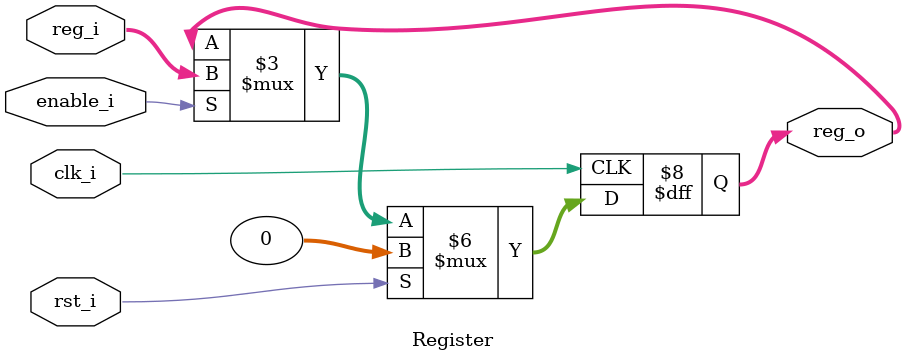
<source format=sv>
module Register(
    input  logic [31:0] reg_i,
    input  logic        clk_i,
    input  logic        rst_i,
    input  logic        enable_i,
    output logic [31:0] reg_o
);

    always_ff @(posedge clk_i) begin
        if (rst_i)
            reg_o<= 32'b0;     
        else if (enable_i)
            reg_o <= reg_i;        
        else
            reg_o <= reg_o;    
    end
endmodule


</source>
